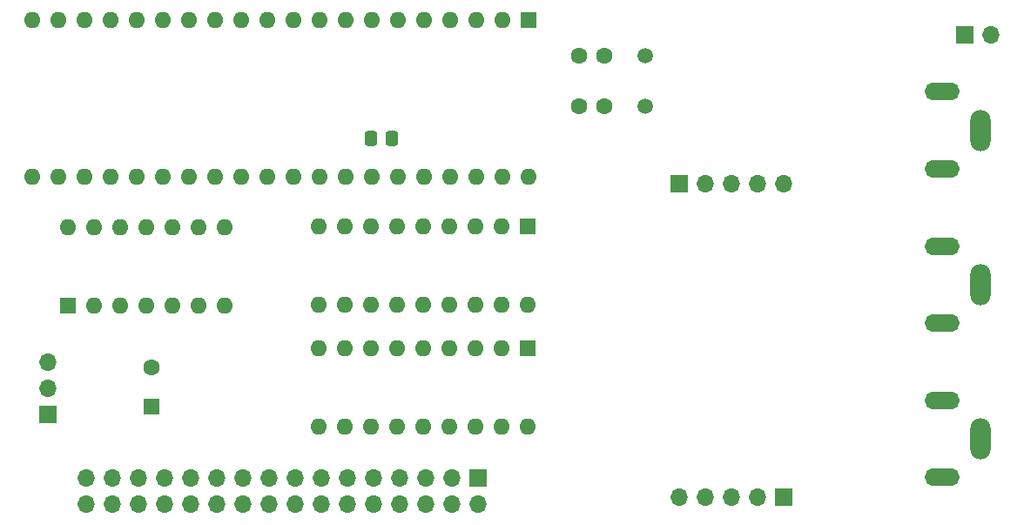
<source format=gbr>
%TF.GenerationSoftware,KiCad,Pcbnew,(6.0.5-0)*%
%TF.CreationDate,2023-04-14T17:42:22+02:00*%
%TF.ProjectId,pixel juice,70697865-6c20-46a7-9569-63652e6b6963,rev?*%
%TF.SameCoordinates,Original*%
%TF.FileFunction,Soldermask,Bot*%
%TF.FilePolarity,Negative*%
%FSLAX46Y46*%
G04 Gerber Fmt 4.6, Leading zero omitted, Abs format (unit mm)*
G04 Created by KiCad (PCBNEW (6.0.5-0)) date 2023-04-14 17:42:22*
%MOMM*%
%LPD*%
G01*
G04 APERTURE LIST*
G04 Aperture macros list*
%AMRoundRect*
0 Rectangle with rounded corners*
0 $1 Rounding radius*
0 $2 $3 $4 $5 $6 $7 $8 $9 X,Y pos of 4 corners*
0 Add a 4 corners polygon primitive as box body*
4,1,4,$2,$3,$4,$5,$6,$7,$8,$9,$2,$3,0*
0 Add four circle primitives for the rounded corners*
1,1,$1+$1,$2,$3*
1,1,$1+$1,$4,$5*
1,1,$1+$1,$6,$7*
1,1,$1+$1,$8,$9*
0 Add four rect primitives between the rounded corners*
20,1,$1+$1,$2,$3,$4,$5,0*
20,1,$1+$1,$4,$5,$6,$7,0*
20,1,$1+$1,$6,$7,$8,$9,0*
20,1,$1+$1,$8,$9,$2,$3,0*%
G04 Aperture macros list end*
%ADD10R,1.700000X1.700000*%
%ADD11O,1.700000X1.700000*%
%ADD12R,1.600000X1.600000*%
%ADD13O,1.600000X1.600000*%
%ADD14O,2.000000X4.000000*%
%ADD15O,3.400000X1.700000*%
%ADD16C,1.600000*%
%ADD17C,1.500000*%
%ADD18RoundRect,0.250000X-0.337500X-0.475000X0.337500X-0.475000X0.337500X0.475000X-0.337500X0.475000X0*%
G04 APERTURE END LIST*
D10*
%TO.C,J1*%
X147231100Y-112522000D03*
D11*
X147231100Y-115062000D03*
X144691100Y-112522000D03*
X144691100Y-115062000D03*
X142151100Y-112522000D03*
X142151100Y-115062000D03*
X139611100Y-112522000D03*
X139611100Y-115062000D03*
X137071100Y-112522000D03*
X137071100Y-115062000D03*
X134531100Y-112522000D03*
X134531100Y-115062000D03*
X131991100Y-112522000D03*
X131991100Y-115062000D03*
X129451100Y-112522000D03*
X129451100Y-115062000D03*
X126911100Y-112522000D03*
X126911100Y-115062000D03*
X124371100Y-112522000D03*
X124371100Y-115062000D03*
X121831100Y-112522000D03*
X121831100Y-115062000D03*
X119291100Y-112522000D03*
X119291100Y-115062000D03*
X116751100Y-112522000D03*
X116751100Y-115062000D03*
X114211100Y-112522000D03*
X114211100Y-115062000D03*
X111671100Y-112522000D03*
X111671100Y-115062000D03*
X109131100Y-112522000D03*
X109131100Y-115062000D03*
%TD*%
D12*
%TO.C,U3*%
X152003600Y-99979800D03*
D13*
X149463600Y-99979800D03*
X146923600Y-99979800D03*
X144383600Y-99979800D03*
X141843600Y-99979800D03*
X139303600Y-99979800D03*
X136763600Y-99979800D03*
X134223600Y-99979800D03*
X131683600Y-99979800D03*
X131683600Y-107599800D03*
X134223600Y-107599800D03*
X136763600Y-107599800D03*
X139303600Y-107599800D03*
X141843600Y-107599800D03*
X144383600Y-107599800D03*
X146923600Y-107599800D03*
X149463600Y-107599800D03*
X152003600Y-107599800D03*
%TD*%
D12*
%TO.C,U4*%
X107325000Y-95800000D03*
D13*
X109865000Y-95800000D03*
X112405000Y-95800000D03*
X114945000Y-95800000D03*
X117485000Y-95800000D03*
X120025000Y-95800000D03*
X122565000Y-95800000D03*
X122565000Y-88180000D03*
X120025000Y-88180000D03*
X117485000Y-88180000D03*
X114945000Y-88180000D03*
X112405000Y-88180000D03*
X109865000Y-88180000D03*
X107325000Y-88180000D03*
%TD*%
D12*
%TO.C,U2*%
X152003600Y-88079800D03*
D13*
X149463600Y-88079800D03*
X146923600Y-88079800D03*
X144383600Y-88079800D03*
X141843600Y-88079800D03*
X139303600Y-88079800D03*
X136763600Y-88079800D03*
X134223600Y-88079800D03*
X131683600Y-88079800D03*
X131683600Y-95699800D03*
X134223600Y-95699800D03*
X136763600Y-95699800D03*
X139303600Y-95699800D03*
X141843600Y-95699800D03*
X144383600Y-95699800D03*
X146923600Y-95699800D03*
X149463600Y-95699800D03*
X152003600Y-95699800D03*
%TD*%
D14*
%TO.C,J4*%
X196050000Y-78750000D03*
D15*
X192350000Y-82500000D03*
X192350000Y-75000000D03*
D14*
X196050000Y-93750000D03*
D15*
X192350000Y-97500000D03*
X192350000Y-90000000D03*
D14*
X196050000Y-108750000D03*
D15*
X192350000Y-112500000D03*
X192350000Y-105000000D03*
%TD*%
D10*
%TO.C,J6*%
X176950000Y-114450000D03*
D11*
X174410000Y-114450000D03*
X171870000Y-114450000D03*
X169330000Y-114450000D03*
X166790000Y-114450000D03*
%TD*%
D10*
%TO.C,J3*%
X194575000Y-69450000D03*
D11*
X197115000Y-69450000D03*
%TD*%
D12*
%TO.C,C6*%
X115475000Y-105627700D03*
D16*
X115475000Y-101827700D03*
%TD*%
D17*
%TO.C,Y1*%
X163475000Y-76400000D03*
X163475000Y-71500000D03*
%TD*%
D16*
%TO.C,C2*%
X157000000Y-76400000D03*
X159500000Y-76400000D03*
%TD*%
%TO.C,C1*%
X157000000Y-71500000D03*
X159500000Y-71500000D03*
%TD*%
D12*
%TO.C,U1*%
X152163000Y-68047600D03*
D13*
X149623000Y-68047600D03*
X147083000Y-68047600D03*
X144543000Y-68047600D03*
X142003000Y-68047600D03*
X139463000Y-68047600D03*
X136923000Y-68047600D03*
X134383000Y-68047600D03*
X131843000Y-68047600D03*
X129303000Y-68047600D03*
X126763000Y-68047600D03*
X124223000Y-68047600D03*
X121683000Y-68047600D03*
X119143000Y-68047600D03*
X116603000Y-68047600D03*
X114063000Y-68047600D03*
X111523000Y-68047600D03*
X108983000Y-68047600D03*
X106443000Y-68047600D03*
X103903000Y-68047600D03*
X103903000Y-83287600D03*
X106443000Y-83287600D03*
X108983000Y-83287600D03*
X111523000Y-83287600D03*
X114063000Y-83287600D03*
X116603000Y-83287600D03*
X119143000Y-83287600D03*
X121683000Y-83287600D03*
X124223000Y-83287600D03*
X126763000Y-83287600D03*
X129303000Y-83287600D03*
X131843000Y-83287600D03*
X134383000Y-83287600D03*
X136923000Y-83287600D03*
X139463000Y-83287600D03*
X142003000Y-83287600D03*
X144543000Y-83287600D03*
X147083000Y-83287600D03*
X149623000Y-83287600D03*
X152163000Y-83287600D03*
%TD*%
D10*
%TO.C,J2*%
X105400000Y-106380000D03*
D11*
X105400000Y-103840000D03*
X105400000Y-101300000D03*
%TD*%
D10*
%TO.C,J5*%
X166800000Y-83975000D03*
D11*
X169340000Y-83975000D03*
X171880000Y-83975000D03*
X174420000Y-83975000D03*
X176960000Y-83975000D03*
%TD*%
D18*
%TO.C,C5*%
X136762500Y-79550000D03*
X138837500Y-79550000D03*
%TD*%
M02*

</source>
